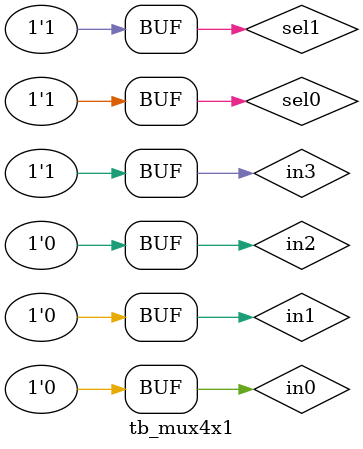
<source format=v>
`timescale 1ns / 1ps
module tb_mux4x1 (); //top module , no need port list

//declaration stimulus signal
wire out;
reg in0,in1,in2,in3;
reg sel1,sel0;

//instantiaiton of DUT
mux4x1 DUT (
		.out (out) ,
		.in0 (in0) ,
		.in1 (in1) ,
		.in2 (in2) ,
		.in3 (in3) ,
		.sel1(sel1),
		.sel0(sel0)
);

// task for repetitive 
task display;
begin
	$display (
			"$time=%0d","ns","$time"
			,"sel1= ",sel1
			,"sel0= ",sel0
			,"in0= ",in0
			,"in1= ",in1
			,"in2= ",in2
			,"in3= ",in3
			,"out= ",out
	);
end
endtask

//truth table
initial begin
	sel1=0;sel0=0;in0=1;in1=0;in2=0;in3=0;#10;display;
	sel1=0;sel0=1;in0=0;in1=1;in2=0;in3=0;#10;display;
	sel1=1;sel0=0;in0=0;in1=0;in2=1;in3=0;#10;display;
	sel1=1;sel0=1;in0=0;in1=0;in2=0;in3=1;#10;display;
end
endmodule

</source>
